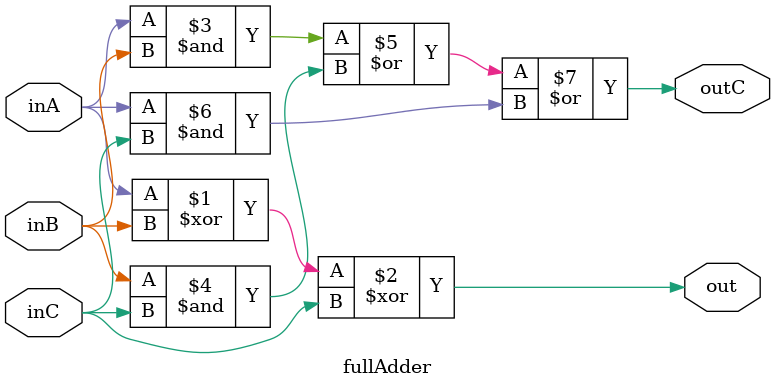
<source format=v>
`timescale 1ns / 1ps


module fullAdder(out, outC, inA, inB, inC);
    input inA, inB, inC;
    output out, outC;
    
    assign out = (inA^inB^inC);
    assign outC =((inA&inB)|(inB&inC)|(inA&inC));
endmodule

</source>
